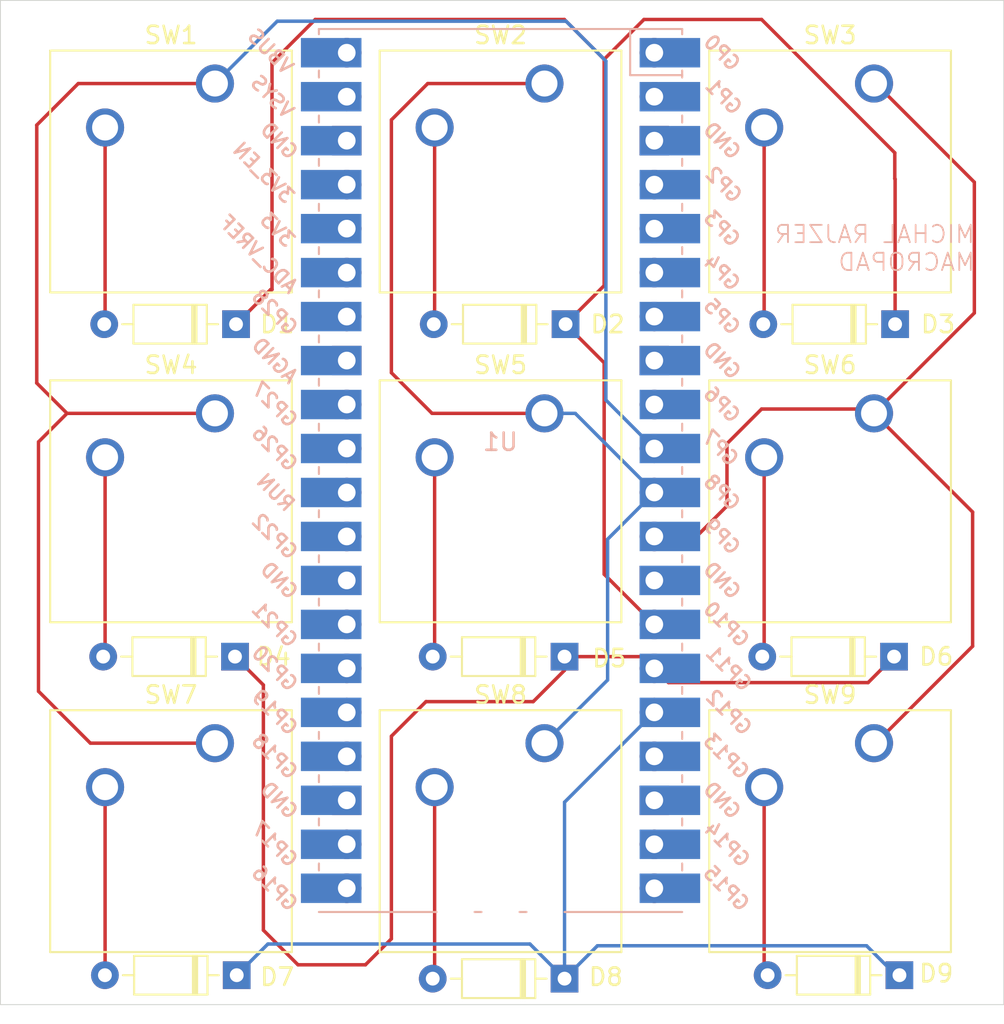
<source format=kicad_pcb>
(kicad_pcb (version 20240108) (generator "pcbnew") (generator_version "8.0")
  (layers (0 "F.Cu" signal) (31 "B.Cu" signal) (34 "B.Paste" user) (35 "F.Paste" user) (36 "B.SilkS" user "B.Silkscreen") (37 "F.SilkS" user "F.Silkscreen") (38 "B.Mask" user) (39 "F.Mask" user) (44 "Edge.Cuts" user))
  (net 0 "")
  (net 1 "Net-(D1-A)")
  (net 2 "Row0")
  (net 3 "Net-(D2-A)")
  (net 4 "Net-(D3-A)")
  (net 5 "Net-(D4-A)")
  (net 6 "Row1")
  (net 7 "Net-(D5-A)")
  (net 8 "Net-(D6-A)")
  (net 9 "Col0")
  (net 10 "Col1")
  (net 11 "Col2")
  (net 25 "Row2")
  (net 47 "Net-(D7-A)")
  (net 48 "Net-(D8-A)")
  (net 49 "Net-(D9-A)")
  (footprint "Cherry_Mx_3d:SW_Cherry_MX_1.00u_Plate" (layer "F.Cu") (at 69.05 69.05)
    (property "Reference" "SW5" (at -2.54 -2.794 0) (layer "F.SilkS"))
    (property "Value" "SW_Push_45deg")
    (fp_line (start -9.525 -1.905) (end 4.445 -1.905) (stroke (width 0.12)) (layer "F.SilkS"))
    (fp_line (start -9.525 12.065) (end -9.525 -1.905) (stroke (width 0.12)) (layer "F.SilkS"))
    (fp_line (start 4.445 -1.905) (end 4.445 12.065) (stroke (width 0.12)) (layer "F.SilkS"))
    (fp_line (start 4.445 12.065) (end -9.525 12.065) (stroke (width 0.12)) (layer "F.SilkS"))
    (pad "" np_thru_hole circle (at -2.54 5.08) (size 4 4) (drill 4) (layers "*.Cu" "*.Mask"))
    (pad "1" thru_hole circle (at 0 0) (size 2.2 2.2) (drill 1.5) (layers "*.Cu" "*.Mask") (net 10 "Col1"))
    (pad "2" thru_hole circle (at -6.35 2.54) (size 2.2 2.2) (drill 1.5) (layers "*.Cu" "*.Mask") (net 7 "Net-(D5-A)"))
  )
  (footprint "Diode_THT:D_DO-35_SOD27_P7.62mm_Horizontal" (layer "F.Cu") (at 89.32 63.9 180)
    (property "Reference" "D3" (at -2.48 0 0) (layer "F.SilkS"))
    (property "Value" "D")
    (fp_line (start 6.58 0) (end 5.93 0) (stroke (width 0.12)) (layer "F.SilkS"))
    (fp_line (start 5.93 1.12) (end 5.93 -1.12) (stroke (width 0.12)) (layer "F.SilkS"))
    (fp_line (start 5.93 -1.12) (end 1.69 -1.12) (stroke (width 0.12)) (layer "F.SilkS"))
    (fp_line (start 2.53 -1.12) (end 2.53 1.12) (stroke (width 0.12)) (layer "F.SilkS"))
    (fp_line (start 2.41 -1.12) (end 2.41 1.12) (stroke (width 0.12)) (layer "F.SilkS"))
    (fp_line (start 2.29 -1.12) (end 2.29 1.12) (stroke (width 0.12)) (layer "F.SilkS"))
    (fp_line (start 1.69 1.12) (end 5.93 1.12) (stroke (width 0.12)) (layer "F.SilkS"))
    (fp_line (start 1.69 -1.12) (end 1.69 1.12) (stroke (width 0.12)) (layer "F.SilkS"))
    (fp_line (start 1.04 0) (end 1.69 0) (stroke (width 0.12)) (layer "F.SilkS"))
    (pad "1" thru_hole rect (at 0 0 180) (size 1.6 1.6) (drill 0.8) (layers "*.Cu" "*.Mask") (net 2 "Row0"))
    (pad "2" thru_hole oval (at 7.62 0 180) (size 1.6 1.6) (drill 0.8) (layers "*.Cu" "*.Mask") (net 4 "Net-(D3-A)"))
  )
  (footprint "Cherry_Mx_3d:SW_Cherry_MX_1.00u_Plate" (layer "F.Cu") (at 69.05 50)
    (property "Reference" "SW2" (at -2.54 -2.794 0) (layer "F.SilkS"))
    (property "Value" "SW_Push_45deg")
    (fp_line (start -9.525 -1.905) (end 4.445 -1.905) (stroke (width 0.12)) (layer "F.SilkS"))
    (fp_line (start -9.525 12.065) (end -9.525 -1.905) (stroke (width 0.12)) (layer "F.SilkS"))
    (fp_line (start 4.445 -1.905) (end 4.445 12.065) (stroke (width 0.12)) (layer "F.SilkS"))
    (fp_line (start 4.445 12.065) (end -9.525 12.065) (stroke (width 0.12)) (layer "F.SilkS"))
    (pad "" np_thru_hole circle (at -2.54 5.08) (size 4 4) (drill 4) (layers "*.Cu" "*.Mask"))
    (pad "1" thru_hole circle (at 0 0) (size 2.2 2.2) (drill 1.5) (layers "*.Cu" "*.Mask") (net 10 "Col1"))
    (pad "2" thru_hole circle (at -6.35 2.54) (size 2.2 2.2) (drill 1.5) (layers "*.Cu" "*.Mask") (net 3 "Net-(D2-A)"))
  )
  (footprint "Diode_THT:D_DO-35_SOD27_P7.62mm_Horizontal" (layer "F.Cu") (at 51.16 83.1 180)
    (property "Reference" "D4" (at -2.24 0 0) (layer "F.SilkS"))
    (property "Value" "D")
    (fp_line (start 6.58 0) (end 5.93 0) (stroke (width 0.12)) (layer "F.SilkS"))
    (fp_line (start 5.93 1.12) (end 5.93 -1.12) (stroke (width 0.12)) (layer "F.SilkS"))
    (fp_line (start 5.93 -1.12) (end 1.69 -1.12) (stroke (width 0.12)) (layer "F.SilkS"))
    (fp_line (start 2.53 -1.12) (end 2.53 1.12) (stroke (width 0.12)) (layer "F.SilkS"))
    (fp_line (start 2.41 -1.12) (end 2.41 1.12) (stroke (width 0.12)) (layer "F.SilkS"))
    (fp_line (start 2.29 -1.12) (end 2.29 1.12) (stroke (width 0.12)) (layer "F.SilkS"))
    (fp_line (start 1.69 1.12) (end 5.93 1.12) (stroke (width 0.12)) (layer "F.SilkS"))
    (fp_line (start 1.69 -1.12) (end 1.69 1.12) (stroke (width 0.12)) (layer "F.SilkS"))
    (fp_line (start 1.04 0) (end 1.69 0) (stroke (width 0.12)) (layer "F.SilkS"))
    (pad "1" thru_hole rect (at 0 0 180) (size 1.6 1.6) (drill 0.8) (layers "*.Cu" "*.Mask") (net 6 "Row1"))
    (pad "2" thru_hole oval (at 7.62 0 180) (size 1.6 1.6) (drill 0.8) (layers "*.Cu" "*.Mask") (net 5 "Net-(D4-A)"))
  )
  (footprint "Cherry_Mx_3d:SW_Cherry_MX_1.00u_Plate" (layer "F.Cu") (at 88.1 69.05)
    (property "Reference" "SW6" (at -2.54 -2.794 0) (layer "F.SilkS"))
    (property "Value" "SW_Push_45deg")
    (fp_line (start -9.525 -1.905) (end 4.445 -1.905) (stroke (width 0.12)) (layer "F.SilkS"))
    (fp_line (start -9.525 12.065) (end -9.525 -1.905) (stroke (width 0.12)) (layer "F.SilkS"))
    (fp_line (start 4.445 -1.905) (end 4.445 12.065) (stroke (width 0.12)) (layer "F.SilkS"))
    (fp_line (start 4.445 12.065) (end -9.525 12.065) (stroke (width 0.12)) (layer "F.SilkS"))
    (pad "" np_thru_hole circle (at -2.54 5.08) (size 4 4) (drill 4) (layers "*.Cu" "*.Mask"))
    (pad "1" thru_hole circle (at 0 0) (size 2.2 2.2) (drill 1.5) (layers "*.Cu" "*.Mask") (net 11 "Col2"))
    (pad "2" thru_hole circle (at -6.35 2.54) (size 2.2 2.2) (drill 1.5) (layers "*.Cu" "*.Mask") (net 8 "Net-(D6-A)"))
  )
  (footprint "Cherry_Mx_3d:SW_Cherry_MX_1.00u_Plate" (layer "F.Cu") (at 69.05 88.1)
    (property "Reference" "SW8" (at -2.54 -2.794 0) (layer "F.SilkS"))
    (property "Value" "SW_Push_45deg")
    (fp_line (start -9.525 -1.905) (end 4.445 -1.905) (stroke (width 0.12)) (layer "F.SilkS"))
    (fp_line (start -9.525 12.065) (end -9.525 -1.905) (stroke (width 0.12)) (layer "F.SilkS"))
    (fp_line (start 4.445 -1.905) (end 4.445 12.065) (stroke (width 0.12)) (layer "F.SilkS"))
    (fp_line (start 4.445 12.065) (end -9.525 12.065) (stroke (width 0.12)) (layer "F.SilkS"))
    (pad "" np_thru_hole circle (at -2.54 5.08) (size 4 4) (drill 4) (layers "*.Cu" "*.Mask"))
    (pad "1" thru_hole circle (at 0 0) (size 2.2 2.2) (drill 1.5) (layers "*.Cu" "*.Mask") (net 10 "Col1"))
    (pad "2" thru_hole circle (at -6.35 2.54) (size 2.2 2.2) (drill 1.5) (layers "*.Cu" "*.Mask") (net 48 "Net-(D8-A)"))
  )
  (footprint "Cherry_Mx_3d:SW_Cherry_MX_1.00u_Plate" (layer "F.Cu") (at 88.1 88.1)
    (property "Reference" "SW9" (at -2.54 -2.794 0) (layer "F.SilkS"))
    (property "Value" "SW_Push_45deg")
    (fp_line (start -9.525 -1.905) (end 4.445 -1.905) (stroke (width 0.12)) (layer "F.SilkS"))
    (fp_line (start -9.525 12.065) (end -9.525 -1.905) (stroke (width 0.12)) (layer "F.SilkS"))
    (fp_line (start 4.445 -1.905) (end 4.445 12.065) (stroke (width 0.12)) (layer "F.SilkS"))
    (fp_line (start 4.445 12.065) (end -9.525 12.065) (stroke (width 0.12)) (layer "F.SilkS"))
    (pad "" np_thru_hole circle (at -2.54 5.08) (size 4 4) (drill 4) (layers "*.Cu" "*.Mask"))
    (pad "1" thru_hole circle (at 0 0) (size 2.2 2.2) (drill 1.5) (layers "*.Cu" "*.Mask") (net 11 "Col2"))
    (pad "2" thru_hole circle (at -6.35 2.54) (size 2.2 2.2) (drill 1.5) (layers "*.Cu" "*.Mask") (net 49 "Net-(D9-A)"))
  )
  (footprint "Cherry_Mx_3d:SW_Cherry_MX_1.00u_Plate" (layer "F.Cu") (at 50 88.1)
    (property "Reference" "SW7" (at -2.54 -2.794 0) (layer "F.SilkS"))
    (property "Value" "SW_Push_45deg")
    (fp_line (start -9.525 -1.905) (end 4.445 -1.905) (stroke (width 0.12)) (layer "F.SilkS"))
    (fp_line (start -9.525 12.065) (end -9.525 -1.905) (stroke (width 0.12)) (layer "F.SilkS"))
    (fp_line (start 4.445 -1.905) (end 4.445 12.065) (stroke (width 0.12)) (layer "F.SilkS"))
    (fp_line (start 4.445 12.065) (end -9.525 12.065) (stroke (width 0.12)) (layer "F.SilkS"))
    (pad "" np_thru_hole circle (at -2.54 5.08) (size 4 4) (drill 4) (layers "*.Cu" "*.Mask"))
    (pad "1" thru_hole circle (at 0 0) (size 2.2 2.2) (drill 1.5) (layers "*.Cu" "*.Mask") (net 9 "Col0"))
    (pad "2" thru_hole circle (at -6.35 2.54) (size 2.2 2.2) (drill 1.5) (layers "*.Cu" "*.Mask") (net 47 "Net-(D7-A)"))
  )
  (footprint "Diode_THT:D_DO-35_SOD27_P7.62mm_Horizontal" (layer "F.Cu") (at 51.26 101.5 180)
    (property "Reference" "D7" (at -2.34 -0.1 0) (layer "F.SilkS"))
    (property "Value" "D")
    (fp_line (start 6.58 0) (end 5.93 0) (stroke (width 0.12)) (layer "F.SilkS"))
    (fp_line (start 5.93 1.12) (end 5.93 -1.12) (stroke (width 0.12)) (layer "F.SilkS"))
    (fp_line (start 5.93 -1.12) (end 1.69 -1.12) (stroke (width 0.12)) (layer "F.SilkS"))
    (fp_line (start 2.53 -1.12) (end 2.53 1.12) (stroke (width 0.12)) (layer "F.SilkS"))
    (fp_line (start 2.41 -1.12) (end 2.41 1.12) (stroke (width 0.12)) (layer "F.SilkS"))
    (fp_line (start 2.29 -1.12) (end 2.29 1.12) (stroke (width 0.12)) (layer "F.SilkS"))
    (fp_line (start 1.69 1.12) (end 5.93 1.12) (stroke (width 0.12)) (layer "F.SilkS"))
    (fp_line (start 1.69 -1.12) (end 1.69 1.12) (stroke (width 0.12)) (layer "F.SilkS"))
    (fp_line (start 1.04 0) (end 1.69 0) (stroke (width 0.12)) (layer "F.SilkS"))
    (pad "1" thru_hole rect (at 0 0 180) (size 1.6 1.6) (drill 0.8) (layers "*.Cu" "*.Mask") (net 25 "Row2"))
    (pad "2" thru_hole oval (at 7.62 0 180) (size 1.6 1.6) (drill 0.8) (layers "*.Cu" "*.Mask") (net 47 "Net-(D7-A)"))
  )
  (footprint "Diode_THT:D_DO-35_SOD27_P7.62mm_Horizontal" (layer "F.Cu") (at 89.26 83.1 180)
    (property "Reference" "D6" (at -2.44 0 0) (layer "F.SilkS"))
    (property "Value" "D")
    (fp_line (start 6.58 0) (end 5.93 0) (stroke (width 0.12)) (layer "F.SilkS"))
    (fp_line (start 5.93 1.12) (end 5.93 -1.12) (stroke (width 0.12)) (layer "F.SilkS"))
    (fp_line (start 5.93 -1.12) (end 1.69 -1.12) (stroke (width 0.12)) (layer "F.SilkS"))
    (fp_line (start 2.53 -1.12) (end 2.53 1.12) (stroke (width 0.12)) (layer "F.SilkS"))
    (fp_line (start 2.41 -1.12) (end 2.41 1.12) (stroke (width 0.12)) (layer "F.SilkS"))
    (fp_line (start 2.29 -1.12) (end 2.29 1.12) (stroke (width 0.12)) (layer "F.SilkS"))
    (fp_line (start 1.69 1.12) (end 5.93 1.12) (stroke (width 0.12)) (layer "F.SilkS"))
    (fp_line (start 1.69 -1.12) (end 1.69 1.12) (stroke (width 0.12)) (layer "F.SilkS"))
    (fp_line (start 1.04 0) (end 1.69 0) (stroke (width 0.12)) (layer "F.SilkS"))
    (pad "1" thru_hole rect (at 0 0 180) (size 1.6 1.6) (drill 0.8) (layers "*.Cu" "*.Mask") (net 6 "Row1"))
    (pad "2" thru_hole oval (at 7.62 0 180) (size 1.6 1.6) (drill 0.8) (layers "*.Cu" "*.Mask") (net 8 "Net-(D6-A)"))
  )
  (footprint "Diode_THT:D_DO-35_SOD27_P7.62mm_Horizontal" (layer "F.Cu") (at 70.27 63.9 180)
    (property "Reference" "D2" (at -2.43 0 0) (layer "F.SilkS"))
    (property "Value" "D")
    (fp_line (start 6.58 0) (end 5.93 0) (stroke (width 0.12)) (layer "F.SilkS"))
    (fp_line (start 5.93 1.12) (end 5.93 -1.12) (stroke (width 0.12)) (layer "F.SilkS"))
    (fp_line (start 5.93 -1.12) (end 1.69 -1.12) (stroke (width 0.12)) (layer "F.SilkS"))
    (fp_line (start 2.53 -1.12) (end 2.53 1.12) (stroke (width 0.12)) (layer "F.SilkS"))
    (fp_line (start 2.41 -1.12) (end 2.41 1.12) (stroke (width 0.12)) (layer "F.SilkS"))
    (fp_line (start 2.29 -1.12) (end 2.29 1.12) (stroke (width 0.12)) (layer "F.SilkS"))
    (fp_line (start 1.69 1.12) (end 5.93 1.12) (stroke (width 0.12)) (layer "F.SilkS"))
    (fp_line (start 1.69 -1.12) (end 1.69 1.12) (stroke (width 0.12)) (layer "F.SilkS"))
    (fp_line (start 1.04 0) (end 1.69 0) (stroke (width 0.12)) (layer "F.SilkS"))
    (pad "1" thru_hole rect (at 0 0 180) (size 1.6 1.6) (drill 0.8) (layers "*.Cu" "*.Mask") (net 2 "Row0"))
    (pad "2" thru_hole oval (at 7.62 0 180) (size 1.6 1.6) (drill 0.8) (layers "*.Cu" "*.Mask") (net 3 "Net-(D2-A)"))
  )
  (footprint "Diode_THT:D_DO-35_SOD27_P7.62mm_Horizontal" (layer "F.Cu") (at 89.57 101.5 180)
    (property "Reference" "D9" (at -2.13 0.1 0) (layer "F.SilkS"))
    (property "Value" "D")
    (fp_line (start 6.58 0) (end 5.93 0) (stroke (width 0.12)) (layer "F.SilkS"))
    (fp_line (start 5.93 1.12) (end 5.93 -1.12) (stroke (width 0.12)) (layer "F.SilkS"))
    (fp_line (start 5.93 -1.12) (end 1.69 -1.12) (stroke (width 0.12)) (layer "F.SilkS"))
    (fp_line (start 2.53 -1.12) (end 2.53 1.12) (stroke (width 0.12)) (layer "F.SilkS"))
    (fp_line (start 2.41 -1.12) (end 2.41 1.12) (stroke (width 0.12)) (layer "F.SilkS"))
    (fp_line (start 2.29 -1.12) (end 2.29 1.12) (stroke (width 0.12)) (layer "F.SilkS"))
    (fp_line (start 1.69 1.12) (end 5.93 1.12) (stroke (width 0.12)) (layer "F.SilkS"))
    (fp_line (start 1.69 -1.12) (end 1.69 1.12) (stroke (width 0.12)) (layer "F.SilkS"))
    (fp_line (start 1.04 0) (end 1.69 0) (stroke (width 0.12)) (layer "F.SilkS"))
    (pad "1" thru_hole rect (at 0 0 180) (size 1.6 1.6) (drill 0.8) (layers "*.Cu" "*.Mask") (net 25 "Row2"))
    (pad "2" thru_hole oval (at 7.62 0 180) (size 1.6 1.6) (drill 0.8) (layers "*.Cu" "*.Mask") (net 49 "Net-(D9-A)"))
  )
  (footprint "Cherry_Mx_3d:SW_Cherry_MX_1.00u_Plate" (layer "F.Cu") (at 50 50)
    (property "Reference" "SW1" (at -2.54 -2.794 0) (layer "F.SilkS"))
    (property "Value" "SW_Push_45deg")
    (fp_line (start -9.525 -1.905) (end 4.445 -1.905) (stroke (width 0.12)) (layer "F.SilkS"))
    (fp_line (start -9.525 12.065) (end -9.525 -1.905) (stroke (width 0.12)) (layer "F.SilkS"))
    (fp_line (start 4.445 -1.905) (end 4.445 12.065) (stroke (width 0.12)) (layer "F.SilkS"))
    (fp_line (start 4.445 12.065) (end -9.525 12.065) (stroke (width 0.12)) (layer "F.SilkS"))
    (pad "" np_thru_hole circle (at -2.54 5.08) (size 4 4) (drill 4) (layers "*.Cu" "*.Mask"))
    (pad "1" thru_hole circle (at 0 0) (size 2.2 2.2) (drill 1.5) (layers "*.Cu" "*.Mask") (net 9 "Col0"))
    (pad "2" thru_hole circle (at -6.35 2.54) (size 2.2 2.2) (drill 1.5) (layers "*.Cu" "*.Mask") (net 1 "Net-(D1-A)"))
  )
  (footprint "Cherry_Mx_3d:SW_Cherry_MX_1.00u_Plate" (layer "F.Cu") (at 50 69.05)
    (property "Reference" "SW4" (at -2.54 -2.794 0) (layer "F.SilkS"))
    (property "Value" "SW_Push_45deg")
    (fp_line (start -9.525 -1.905) (end 4.445 -1.905) (stroke (width 0.12)) (layer "F.SilkS"))
    (fp_line (start -9.525 12.065) (end -9.525 -1.905) (stroke (width 0.12)) (layer "F.SilkS"))
    (fp_line (start 4.445 -1.905) (end 4.445 12.065) (stroke (width 0.12)) (layer "F.SilkS"))
    (fp_line (start 4.445 12.065) (end -9.525 12.065) (stroke (width 0.12)) (layer "F.SilkS"))
    (pad "" np_thru_hole circle (at -2.54 5.08) (size 4 4) (drill 4) (layers "*.Cu" "*.Mask"))
    (pad "1" thru_hole circle (at 0 0) (size 2.2 2.2) (drill 1.5) (layers "*.Cu" "*.Mask") (net 9 "Col0"))
    (pad "2" thru_hole circle (at -6.35 2.54) (size 2.2 2.2) (drill 1.5) (layers "*.Cu" "*.Mask") (net 5 "Net-(D4-A)"))
  )
  (footprint "Diode_THT:D_DO-35_SOD27_P7.62mm_Horizontal" (layer "F.Cu") (at 70.21 83.1 180)
    (property "Reference" "D5" (at -2.59 -0.1 0) (layer "F.SilkS"))
    (property "Value" "D")
    (fp_line (start 6.58 0) (end 5.93 0) (stroke (width 0.12)) (layer "F.SilkS"))
    (fp_line (start 5.93 1.12) (end 5.93 -1.12) (stroke (width 0.12)) (layer "F.SilkS"))
    (fp_line (start 5.93 -1.12) (end 1.69 -1.12) (stroke (width 0.12)) (layer "F.SilkS"))
    (fp_line (start 2.53 -1.12) (end 2.53 1.12) (stroke (width 0.12)) (layer "F.SilkS"))
    (fp_line (start 2.41 -1.12) (end 2.41 1.12) (stroke (width 0.12)) (layer "F.SilkS"))
    (fp_line (start 2.29 -1.12) (end 2.29 1.12) (stroke (width 0.12)) (layer "F.SilkS"))
    (fp_line (start 1.69 1.12) (end 5.93 1.12) (stroke (width 0.12)) (layer "F.SilkS"))
    (fp_line (start 1.69 -1.12) (end 1.69 1.12) (stroke (width 0.12)) (layer "F.SilkS"))
    (fp_line (start 1.04 0) (end 1.69 0) (stroke (width 0.12)) (layer "F.SilkS"))
    (pad "1" thru_hole rect (at 0 0 180) (size 1.6 1.6) (drill 0.8) (layers "*.Cu" "*.Mask") (net 6 "Row1"))
    (pad "2" thru_hole oval (at 7.62 0 180) (size 1.6 1.6) (drill 0.8) (layers "*.Cu" "*.Mask") (net 7 "Net-(D5-A)"))
  )
  (footprint "Diode_THT:D_DO-35_SOD27_P7.62mm_Horizontal" (layer "F.Cu") (at 70.21 101.7 180)
    (property "Reference" "D8" (at -2.39 0.1 0) (layer "F.SilkS"))
    (property "Value" "D")
    (fp_line (start 6.58 0) (end 5.93 0) (stroke (width 0.12)) (layer "F.SilkS"))
    (fp_line (start 5.93 1.12) (end 5.93 -1.12) (stroke (width 0.12)) (layer "F.SilkS"))
    (fp_line (start 5.93 -1.12) (end 1.69 -1.12) (stroke (width 0.12)) (layer "F.SilkS"))
    (fp_line (start 2.53 -1.12) (end 2.53 1.12) (stroke (width 0.12)) (layer "F.SilkS"))
    (fp_line (start 2.41 -1.12) (end 2.41 1.12) (stroke (width 0.12)) (layer "F.SilkS"))
    (fp_line (start 2.29 -1.12) (end 2.29 1.12) (stroke (width 0.12)) (layer "F.SilkS"))
    (fp_line (start 1.69 1.12) (end 5.93 1.12) (stroke (width 0.12)) (layer "F.SilkS"))
    (fp_line (start 1.69 -1.12) (end 1.69 1.12) (stroke (width 0.12)) (layer "F.SilkS"))
    (fp_line (start 1.04 0) (end 1.69 0) (stroke (width 0.12)) (layer "F.SilkS"))
    (pad "1" thru_hole rect (at 0 0 180) (size 1.6 1.6) (drill 0.8) (layers "*.Cu" "*.Mask") (net 25 "Row2"))
    (pad "2" thru_hole oval (at 7.62 0 180) (size 1.6 1.6) (drill 0.8) (layers "*.Cu" "*.Mask") (net 48 "Net-(D8-A)"))
  )
  (footprint "Cherry_Mx_3d:SW_Cherry_MX_1.00u_Plate" (layer "F.Cu") (at 88.1 50)
    (property "Reference" "SW3" (at -2.54 -2.794 0) (layer "F.SilkS"))
    (property "Value" "SW_Push_45deg")
    (fp_line (start -9.525 -1.905) (end 4.445 -1.905) (stroke (width 0.12)) (layer "F.SilkS"))
    (fp_line (start -9.525 12.065) (end -9.525 -1.905) (stroke (width 0.12)) (layer "F.SilkS"))
    (fp_line (start 4.445 -1.905) (end 4.445 12.065) (stroke (width 0.12)) (layer "F.SilkS"))
    (fp_line (start 4.445 12.065) (end -9.525 12.065) (stroke (width 0.12)) (layer "F.SilkS"))
    (pad "" np_thru_hole circle (at -2.54 5.08) (size 4 4) (drill 4) (layers "*.Cu" "*.Mask"))
    (pad "1" thru_hole circle (at 0 0) (size 2.2 2.2) (drill 1.5) (layers "*.Cu" "*.Mask") (net 11 "Col2"))
    (pad "2" thru_hole circle (at -6.35 2.54) (size 2.2 2.2) (drill 1.5) (layers "*.Cu" "*.Mask") (net 4 "Net-(D3-A)"))
  )
  (footprint "Diode_THT:D_DO-35_SOD27_P7.62mm_Horizontal" (layer "F.Cu") (at 51.22 63.9 180)
    (property "Reference" "D1" (at -2.38 0 0) (layer "F.SilkS"))
    (property "Value" "D")
    (fp_line (start 6.58 0) (end 5.93 0) (stroke (width 0.12)) (layer "F.SilkS"))
    (fp_line (start 5.93 1.12) (end 5.93 -1.12) (stroke (width 0.12)) (layer "F.SilkS"))
    (fp_line (start 5.93 -1.12) (end 1.69 -1.12) (stroke (width 0.12)) (layer "F.SilkS"))
    (fp_line (start 2.53 -1.12) (end 2.53 1.12) (stroke (width 0.12)) (layer "F.SilkS"))
    (fp_line (start 2.41 -1.12) (end 2.41 1.12) (stroke (width 0.12)) (layer "F.SilkS"))
    (fp_line (start 2.29 -1.12) (end 2.29 1.12) (stroke (width 0.12)) (layer "F.SilkS"))
    (fp_line (start 1.69 1.12) (end 5.93 1.12) (stroke (width 0.12)) (layer "F.SilkS"))
    (fp_line (start 1.69 -1.12) (end 1.69 1.12) (stroke (width 0.12)) (layer "F.SilkS"))
    (fp_line (start 1.04 0) (end 1.69 0) (stroke (width 0.12)) (layer "F.SilkS"))
    (pad "1" thru_hole rect (at 0 0 180) (size 1.6 1.6) (drill 0.8) (layers "*.Cu" "*.Mask") (net 2 "Row0"))
    (pad "2" thru_hole oval (at 7.62 0 180) (size 1.6 1.6) (drill 0.8) (layers "*.Cu" "*.Mask") (net 1 "Net-(D1-A)"))
  )
  (footprint "MCU_RaspberryPi_and_Boards:RPi_Pico_SMD_TH_nodebug" (layer "B.Cu") (at 66.51 72.35 180)
    (property "Reference" "U1" (at 0.01 1.65 0) (layer "B.SilkS") (effects (justify mirror)))
    (property "Value" "Pico")
    (fp_line (start 10.5 25.5) (end -10.5 25.5) (stroke (width 0.12)) (layer "B.SilkS"))
    (fp_line (start 10.5 25.2) (end 10.5 25.5) (stroke (width 0.12)) (layer "B.SilkS"))
    (fp_line (start 10.5 22.7) (end 10.5 23.1) (stroke (width 0.12)) (layer "B.SilkS"))
    (fp_line (start 10.5 20.1) (end 10.5 20.5) (stroke (width 0.12)) (layer "B.SilkS"))
    (fp_line (start 10.5 17.6) (end 10.5 18) (stroke (width 0.12)) (layer "B.SilkS"))
    (fp_line (start 10.5 15) (end 10.5 15.4) (stroke (width 0.12)) (layer "B.SilkS"))
    (fp_line (start 10.5 12.5) (end 10.5 12.9) (stroke (width 0.12)) (layer "B.SilkS"))
    (fp_line (start 10.5 10) (end 10.5 10.4) (stroke (width 0.12)) (layer "B.SilkS"))
    (fp_line (start 10.5 7.4) (end 10.5 7.8) (stroke (width 0.12)) (layer "B.SilkS"))
    (fp_line (start 10.5 4.9) (end 10.5 5.3) (stroke (width 0.12)) (layer "B.SilkS"))
    (fp_line (start 10.5 2.3) (end 10.5 2.7) (stroke (width 0.12)) (layer "B.SilkS"))
    (fp_line (start 10.5 -0.2) (end 10.5 0.2) (stroke (width 0.12)) (layer "B.SilkS"))
    (fp_line (start 10.5 -2.7) (end 10.5 -2.3) (stroke (width 0.12)) (layer "B.SilkS"))
    (fp_line (start 10.5 -5.3) (end 10.5 -4.9) (stroke (width 0.12)) (layer "B.SilkS"))
    (fp_line (start 10.5 -7.8) (end 10.5 -7.4) (stroke (width 0.12)) (layer "B.SilkS"))
    (fp_line (start 10.5 -10.4) (end 10.5 -10) (stroke (width 0.12)) (layer "B.SilkS"))
    (fp_line (start 10.5 -12.9) (end 10.5 -12.5) (stroke (width 0.12)) (layer "B.SilkS"))
    (fp_line (start 10.5 -15.5) (end 10.5 -15.1) (stroke (width 0.12)) (layer "B.SilkS"))
    (fp_line (start 10.5 -18) (end 10.5 -17.6) (stroke (width 0.12)) (layer "B.SilkS"))
    (fp_line (start 10.5 -20.5) (end 10.5 -20.1) (stroke (width 0.12)) (layer "B.SilkS"))
    (fp_line (start 10.5 -23.1) (end 10.5 -22.7) (stroke (width 0.12)) (layer "B.SilkS"))
    (fp_line (start 3.7 -25.5) (end 10.5 -25.5) (stroke (width 0.12)) (layer "B.SilkS"))
    (fp_line (start 1.5 -25.5) (end 1.1 -25.5) (stroke (width 0.12)) (layer "B.SilkS"))
    (fp_line (start -1.1 -25.5) (end -1.5 -25.5) (stroke (width 0.12)) (layer "B.SilkS"))
    (fp_line (start -7.493 25.5) (end -7.493 22.833) (stroke (width 0.12)) (layer "B.SilkS"))
    (fp_line (start -7.493 22.833) (end -10.5 22.833) (stroke (width 0.12)) (layer "B.SilkS"))
    (fp_line (start -10.5 25.2) (end -10.5 25.5) (stroke (width 0.12)) (layer "B.SilkS"))
    (fp_line (start -10.5 22.7) (end -10.5 23.1) (stroke (width 0.12)) (layer "B.SilkS"))
    (fp_line (start -10.5 20.1) (end -10.5 20.5) (stroke (width 0.12)) (layer "B.SilkS"))
    (fp_line (start -10.5 17.6) (end -10.5 18) (stroke (width 0.12)) (layer "B.SilkS"))
    (fp_line (start -10.5 15) (end -10.5 15.4) (stroke (width 0.12)) (layer "B.SilkS"))
    (fp_line (start -10.5 12.5) (end -10.5 12.9) (stroke (width 0.12)) (layer "B.SilkS"))
    (fp_line (start -10.5 10) (end -10.5 10.4) (stroke (width 0.12)) (layer "B.SilkS"))
    (fp_line (start -10.5 7.4) (end -10.5 7.8) (stroke (width 0.12)) (layer "B.SilkS"))
    (fp_line (start -10.5 4.9) (end -10.5 5.3) (stroke (width 0.12)) (layer "B.SilkS"))
    (fp_line (start -10.5 2.3) (end -10.5 2.7) (stroke (width 0.12)) (layer "B.SilkS"))
    (fp_line (start -10.5 -0.2) (end -10.5 0.2) (stroke (width 0.12)) (layer "B.SilkS"))
    (fp_line (start -10.5 -2.7) (end -10.5 -2.3) (stroke (width 0.12)) (layer "B.SilkS"))
    (fp_line (start -10.5 -5.3) (end -10.5 -4.9) (stroke (width 0.12)) (layer "B.SilkS"))
    (fp_line (start -10.5 -7.8) (end -10.5 -7.4) (stroke (width 0.12)) (layer "B.SilkS"))
    (fp_line (start -10.5 -10.4) (end -10.5 -10) (stroke (width 0.12)) (layer "B.SilkS"))
    (fp_line (start -10.5 -12.9) (end -10.5 -12.5) (stroke (width 0.12)) (layer "B.SilkS"))
    (fp_line (start -10.5 -15.5) (end -10.5 -15.1) (stroke (width 0.12)) (layer "B.SilkS"))
    (fp_line (start -10.5 -18) (end -10.5 -17.6) (stroke (width 0.12)) (layer "B.SilkS"))
    (fp_line (start -10.5 -20.5) (end -10.5 -20.1) (stroke (width 0.12)) (layer "B.SilkS"))
    (fp_line (start -10.5 -23.1) (end -10.5 -22.7) (stroke (width 0.12)) (layer "B.SilkS"))
    (fp_line (start -10.5 -25.5) (end -3.7 -25.5) (stroke (width 0.12)) (layer "B.SilkS"))
    (fp_text user "GND" (at 12.8 19.05 135) (layer "B.SilkS") (effects (font (size 0.8 0.8)) (justify mirror)))
    (fp_text user "3V3_EN" (at 13.7 17.2 135) (layer "B.SilkS") (effects (font (size 0.8 0.8)) (justify mirror)))
    (fp_text user "GP12" (at -13.2 -13.97 135) (layer "B.SilkS") (effects (font (size 0.8 0.8)) (justify mirror)))
    (fp_text user "GP2" (at -12.9 16.51 135) (layer "B.SilkS") (effects (font (size 0.8 0.8)) (justify mirror)))
    (fp_text user "GP22" (at 13.054 -3.81 135) (layer "B.SilkS") (effects (font (size 0.8 0.8)) (justify mirror)))
    (fp_text user "GP10" (at -13.054 -8.89 135) (layer "B.SilkS") (effects (font (size 0.8 0.8)) (justify mirror)))
    (fp_text user "GP21" (at 13.054 -8.9 135) (layer "B.SilkS") (effects (font (size 0.8 0.8)) (justify mirror)))
    (fp_text user "GND" (at -12.8 6.35 135) (layer "B.SilkS") (effects (font (size 0.8 0.8)) (justify mirror)))
    (fp_text user "GP0" (at -12.8 24.13 135) (layer "B.SilkS") (effects (font (size 0.8 0.8)) (justify mirror)))
    (fp_text user "GND" (at 12.8 -6.35 135) (layer "B.SilkS") (effects (font (size 0.8 0.8)) (justify mirror)))
    (fp_text user "GP28" (at 13.054 9.144 135) (layer "B.SilkS") (effects (font (size 0.8 0.8)) (justify mirror)))
    (fp_text user "GP6" (at -12.8 3.81 135) (layer "B.SilkS") (effects (font (size 0.8 0.8)) (justify mirror)))
    (fp_text user "VSYS" (at 13.2 21.59 135) (layer "B.SilkS") (effects (font (size 0.8 0.8)) (justify mirror)))
    (fp_text user "GP4" (at -12.8 11.43 135) (layer "B.SilkS") (effects (font (size 0.8 0.8)) (justify mirror)))
    (fp_text user "GP27" (at 13.054 3.8 135) (layer "B.SilkS") (effects (font (size 0.8 0.8)) (justify mirror)))
    (fp_text user "GP15" (at -13.054 -24.13 135) (layer "B.SilkS") (effects (font (size 0.8 0.8)) (justify mirror)))
    (fp_text user "GND" (at -12.8 -6.35 135) (layer "B.SilkS") (effects (font (size 0.8 0.8)) (justify mirror)))
    (fp_text user "GP3" (at -12.8 13.97 135) (layer "B.SilkS") (effects (font (size 0.8 0.8)) (justify mirror)))
    (fp_text user "GP9" (at -12.8 -3.81 135) (layer "B.SilkS") (effects (font (size 0.8 0.8)) (justify mirror)))
    (fp_text user "ADC_VREF" (at 14 12.5 135) (layer "B.SilkS") (effects (font (size 0.8 0.8)) (justify mirror)))
    (fp_text user "AGND" (at 13.054 6.35 135) (layer "B.SilkS") (effects (font (size 0.8 0.8)) (justify mirror)))
    (fp_text user "3V3" (at 12.9 13.9 135) (layer "B.SilkS") (effects (font (size 0.8 0.8)) (justify mirror)))
    (fp_text user "GP5" (at -12.8 8.89 135) (layer "B.SilkS") (effects (font (size 0.8 0.8)) (justify mirror)))
    (fp_text user "GND" (at -12.8 19.05 135) (layer "B.SilkS") (effects (font (size 0.8 0.8)) (justify mirror)))
    (fp_text user "GP1" (at -12.9 21.6 135) (layer "B.SilkS") (effects (font (size 0.8 0.8)) (justify mirror)))
    (fp_text user "GP26" (at 13.054 1.27 135) (layer "B.SilkS") (effects (font (size 0.8 0.8)) (justify mirror)))
    (fp_text user "GP11" (at -13.2 -11.43 135) (layer "B.SilkS") (effects (font (size 0.8 0.8)) (justify mirror)))
    (fp_text user "GP7" (at -12.7 1.3 135) (layer "B.SilkS") (effects (font (size 0.8 0.8)) (justify mirror)))
    (fp_text user "GND" (at 12.8 -19.05 135) (layer "B.SilkS") (effects (font (size 0.8 0.8)) (justify mirror)))
    (fp_text user "VBUS" (at 13.3 24.2 135) (layer "B.SilkS") (effects (font (size 0.8 0.8)) (justify mirror)))
    (fp_text user "GP14" (at -13.1 -21.59 135) (layer "B.SilkS") (effects (font (size 0.8 0.8)) (justify mirror)))
    (fp_text user "GP19" (at 13.054 -13.97 135) (layer "B.SilkS") (effects (font (size 0.8 0.8)) (justify mirror)))
    (fp_text user "GND" (at -12.8 -19.05 135) (layer "B.SilkS") (effects (font (size 0.8 0.8)) (justify mirror)))
    (fp_text user "GP20" (at 13.054 -11.43 135) (layer "B.SilkS") (effects (font (size 0.8 0.8)) (justify mirror)))
    (fp_text user "RUN" (at 13 -1.27 135) (layer "B.SilkS") (effects (font (size 0.8 0.8)) (justify mirror)))
    (fp_text user "GP13" (at -13.054 -16.51 135) (layer "B.SilkS") (effects (font (size 0.8 0.8)) (justify mirror)))
    (fp_text user "GP8" (at -12.8 -1.27 135) (layer "B.SilkS") (effects (font (size 0.8 0.8)) (justify mirror)))
    (fp_text user "GP16" (at 13.054 -24.13 135) (layer "B.SilkS") (effects (font (size 0.8 0.8)) (justify mirror)))
    (fp_text user "GP17" (at 13.054 -21.59 135) (layer "B.SilkS") (effects (font (size 0.8 0.8)) (justify mirror)))
    (fp_text user "GP18" (at 13.054 -16.51 135) (layer "B.SilkS") (effects (font (size 0.8 0.8)) (justify mirror)))
    (pad "1" thru_hole oval (at -8.89 24.13 180) (size 1.7 1.7) (drill 1.02) (layers "*.Cu" "*.Mask"))
    (pad "1" smd rect (at -8.89 24.13 180) (size 3.5 1.7) (drill (offset -0.9 0)) (layers "B.Cu" "B.Mask"))
    (pad "2" thru_hole oval (at -8.89 21.59 180) (size 1.7 1.7) (drill 1.02) (layers "*.Cu" "*.Mask"))
    (pad "2" smd rect (at -8.89 21.59 180) (size 3.5 1.7) (drill (offset -0.9 0)) (layers "B.Cu" "B.Mask"))
    (pad "3" thru_hole rect (at -8.89 19.05 180) (size 1.7 1.7) (drill 1.02) (layers "*.Cu" "*.Mask"))
    (pad "3" smd rect (at -8.89 19.05 180) (size 3.5 1.7) (drill (offset -0.9 0)) (layers "B.Cu" "B.Mask"))
    (pad "4" thru_hole oval (at -8.89 16.51 180) (size 1.7 1.7) (drill 1.02) (layers "*.Cu" "*.Mask"))
    (pad "4" smd rect (at -8.89 16.51 180) (size 3.5 1.7) (drill (offset -0.9 0)) (layers "B.Cu" "B.Mask"))
    (pad "5" thru_hole oval (at -8.89 13.97 180) (size 1.7 1.7) (drill 1.02) (layers "*.Cu" "*.Mask"))
    (pad "5" smd rect (at -8.89 13.97 180) (size 3.5 1.7) (drill (offset -0.9 0)) (layers "B.Cu" "B.Mask"))
    (pad "6" thru_hole oval (at -8.89 11.43 180) (size 1.7 1.7) (drill 1.02) (layers "*.Cu" "*.Mask"))
    (pad "6" smd rect (at -8.89 11.43 180) (size 3.5 1.7) (drill (offset -0.9 0)) (layers "B.Cu" "B.Mask"))
    (pad "7" thru_hole oval (at -8.89 8.89 180) (size 1.7 1.7) (drill 1.02) (layers "*.Cu" "*.Mask"))
    (pad "7" smd rect (at -8.89 8.89 180) (size 3.5 1.7) (drill (offset -0.9 0)) (layers "B.Cu" "B.Mask"))
    (pad "8" thru_hole rect (at -8.89 6.35 180) (size 1.7 1.7) (drill 1.02) (layers "*.Cu" "*.Mask"))
    (pad "8" smd rect (at -8.89 6.35 180) (size 3.5 1.7) (drill (offset -0.9 0)) (layers "B.Cu" "B.Mask"))
    (pad "9" thru_hole oval (at -8.89 3.81 180) (size 1.7 1.7) (drill 1.02) (layers "*.Cu" "*.Mask"))
    (pad "9" smd rect (at -8.89 3.81 180) (size 3.5 1.7) (drill (offset -0.9 0)) (layers "B.Cu" "B.Mask"))
    (pad "10" thru_hole oval (at -8.89 1.27 180) (size 1.7 1.7) (drill 1.02) (layers "*.Cu" "*.Mask") (net 9 "Col0"))
    (pad "10" smd rect (at -8.89 1.27 180) (size 3.5 1.7) (drill (offset -0.9 0)) (layers "B.Cu" "B.Mask") (net 9 "Col0"))
    (pad "11" thru_hole oval (at -8.89 -1.27 180) (size 1.7 1.7) (drill 1.02) (layers "*.Cu" "*.Mask") (net 10 "Col1"))
    (pad "11" smd rect (at -8.89 -1.27 180) (size 3.5 1.7) (drill (offset -0.9 0)) (layers "B.Cu" "B.Mask") (net 10 "Col1"))
    (pad "12" thru_hole oval (at -8.89 -3.81 180) (size 1.7 1.7) (drill 1.02) (layers "*.Cu" "*.Mask") (net 11 "Col2"))
    (pad "12" smd rect (at -8.89 -3.81 180) (size 3.5 1.7) (drill (offset -0.9 0)) (layers "B.Cu" "B.Mask") (net 11 "Col2"))
    (pad "13" thru_hole rect (at -8.89 -6.35 180) (size 1.7 1.7) (drill 1.02) (layers "*.Cu" "*.Mask"))
    (pad "13" smd rect (at -8.89 -6.35 180) (size 3.5 1.7) (drill (offset -0.9 0)) (layers "B.Cu" "B.Mask"))
    (pad "14" thru_hole oval (at -8.89 -8.89 180) (size 1.7 1.7) (drill 1.02) (layers "*.Cu" "*.Mask") (net 2 "Row0"))
    (pad "14" smd rect (at -8.89 -8.89 180) (size 3.5 1.7) (drill (offset -0.9 0)) (layers "B.Cu" "B.Mask") (net 2 "Row0"))
    (pad "15" thru_hole oval (at -8.89 -11.43 180) (size 1.7 1.7) (drill 1.02) (layers "*.Cu" "*.Mask") (net 6 "Row1"))
    (pad "15" smd rect (at -8.89 -11.43 180) (size 3.5 1.7) (drill (offset -0.9 0)) (layers "B.Cu" "B.Mask") (net 6 "Row1"))
    (pad "16" thru_hole oval (at -8.89 -13.97 180) (size 1.7 1.7) (drill 1.02) (layers "*.Cu" "*.Mask") (net 25 "Row2"))
    (pad "16" smd rect (at -8.89 -13.97 180) (size 3.5 1.7) (drill (offset -0.9 0)) (layers "B.Cu" "B.Mask") (net 25 "Row2"))
    (pad "17" thru_hole oval (at -8.89 -16.51 180) (size 1.7 1.7) (drill 1.02) (layers "*.Cu" "*.Mask"))
    (pad "17" smd rect (at -8.89 -16.51 180) (size 3.5 1.7) (drill (offset -0.9 0)) (layers "B.Cu" "B.Mask"))
    (pad "18" thru_hole rect (at -8.89 -19.05 180) (size 1.7 1.7) (drill 1.02) (layers "*.Cu" "*.Mask"))
    (pad "18" smd rect (at -8.89 -19.05 180) (size 3.5 1.7) (drill (offset -0.9 0)) (layers "B.Cu" "B.Mask"))
    (pad "19" thru_hole oval (at -8.89 -21.59 180) (size 1.7 1.7) (drill 1.02) (layers "*.Cu" "*.Mask"))
    (pad "19" smd rect (at -8.89 -21.59 180) (size 3.5 1.7) (drill (offset -0.9 0)) (layers "B.Cu" "B.Mask"))
    (pad "20" thru_hole oval (at -8.89 -24.13 180) (size 1.7 1.7) (drill 1.02) (layers "*.Cu" "*.Mask"))
    (pad "20" smd rect (at -8.89 -24.13 180) (size 3.5 1.7) (drill (offset -0.9 0)) (layers "B.Cu" "B.Mask"))
    (pad "21" thru_hole oval (at 8.89 -24.13 180) (size 1.7 1.7) (drill 1.02) (layers "*.Cu" "*.Mask"))
    (pad "21" smd rect (at 8.89 -24.13 180) (size 3.5 1.7) (drill (offset 0.9 0)) (layers "B.Cu" "B.Mask"))
    (pad "22" thru_hole oval (at 8.89 -21.59 180) (size 1.7 1.7) (drill 1.02) (layers "*.Cu" "*.Mask"))
    (pad "22" smd rect (at 8.89 -21.59 180) (size 3.5 1.7) (drill (offset 0.9 0)) (layers "B.Cu" "B.Mask"))
    (pad "23" thru_hole rect (at 8.89 -19.05 180) (size 1.7 1.7) (drill 1.02) (layers "*.Cu" "*.Mask"))
    (pad "23" smd rect (at 8.89 -19.05 180) (size 3.5 1.7) (drill (offset 0.9 0)) (layers "B.Cu" "B.Mask"))
    (pad "24" thru_hole oval (at 8.89 -16.51 180) (size 1.7 1.7) (drill 1.02) (layers "*.Cu" "*.Mask"))
    (pad "24" smd rect (at 8.89 -16.51 180) (size 3.5 1.7) (drill (offset 0.9 0)) (layers "B.Cu" "B.Mask"))
    (pad "25" thru_hole oval (at 8.89 -13.97 180) (size 1.7 1.7) (drill 1.02) (layers "*.Cu" "*.Mask"))
    (pad "25" smd rect (at 8.89 -13.97 180) (size 3.5 1.7) (drill (offset 0.9 0)) (layers "B.Cu" "B.Mask"))
    (pad "26" thru_hole oval (at 8.89 -11.43 180) (size 1.7 1.7) (drill 1.02) (layers "*.Cu" "*.Mask"))
    (pad "26" smd rect (at 8.89 -11.43 180) (size 3.5 1.7) (drill (offset 0.9 0)) (layers "B.Cu" "B.Mask"))
    (pad "27" thru_hole oval (at 8.89 -8.89 180) (size 1.7 1.7) (drill 1.02) (layers "*.Cu" "*.Mask"))
    (pad "27" smd rect (at 8.89 -8.89 180) (size 3.5 1.7) (drill (offset 0.9 0)) (layers "B.Cu" "B.Mask"))
    (pad "28" thru_hole rect (at 8.89 -6.35 180) (size 1.7 1.7) (drill 1.02) (layers "*.Cu" "*.Mask"))
    (pad "28" smd rect (at 8.89 -6.35 180) (size 3.5 1.7) (drill (offset 0.9 0)) (layers "B.Cu" "B.Mask"))
    (pad "29" thru_hole oval (at 8.89 -3.81 180) (size 1.7 1.7) (drill 1.02) (layers "*.Cu" "*.Mask"))
    (pad "29" smd rect (at 8.89 -3.81 180) (size 3.5 1.7) (drill (offset 0.9 0)) (layers "B.Cu" "B.Mask"))
    (pad "30" thru_hole oval (at 8.89 -1.27 180) (size 1.7 1.7) (drill 1.02) (layers "*.Cu" "*.Mask"))
    (pad "30" smd rect (at 8.89 -1.27 180) (size 3.5 1.7) (drill (offset 0.9 0)) (layers "B.Cu" "B.Mask"))
    (pad "31" thru_hole oval (at 8.89 1.27 180) (size 1.7 1.7) (drill 1.02) (layers "*.Cu" "*.Mask"))
    (pad "31" smd rect (at 8.89 1.27 180) (size 3.5 1.7) (drill (offset 0.9 0)) (layers "B.Cu" "B.Mask"))
    (pad "32" thru_hole oval (at 8.89 3.81 180) (size 1.7 1.7) (drill 1.02) (layers "*.Cu" "*.Mask"))
    (pad "32" smd rect (at 8.89 3.81 180) (size 3.5 1.7) (drill (offset 0.9 0)) (layers "B.Cu" "B.Mask"))
    (pad "33" thru_hole rect (at 8.89 6.35 180) (size 1.7 1.7) (drill 1.02) (layers "*.Cu" "*.Mask"))
    (pad "33" smd rect (at 8.89 6.35 180) (size 3.5 1.7) (drill (offset 0.9 0)) (layers "B.Cu" "B.Mask"))
    (pad "34" thru_hole oval (at 8.89 8.89 180) (size 1.7 1.7) (drill 1.02) (layers "*.Cu" "*.Mask"))
    (pad "34" smd rect (at 8.89 8.89 180) (size 3.5 1.7) (drill (offset 0.9 0)) (layers "B.Cu" "B.Mask"))
    (pad "35" thru_hole oval (at 8.89 11.43 180) (size 1.7 1.7) (drill 1.02) (layers "*.Cu" "*.Mask"))
    (pad "35" smd rect (at 8.89 11.43 180) (size 3.5 1.7) (drill (offset 0.9 0)) (layers "B.Cu" "B.Mask"))
    (pad "36" thru_hole oval (at 8.89 13.97 180) (size 1.7 1.7) (drill 1.02) (layers "*.Cu" "*.Mask"))
    (pad "36" smd rect (at 8.89 13.97 180) (size 3.5 1.7) (drill (offset 0.9 0)) (layers "B.Cu" "B.Mask"))
    (pad "37" thru_hole oval (at 8.89 16.51 180) (size 1.7 1.7) (drill 1.02) (layers "*.Cu" "*.Mask"))
    (pad "37" smd rect (at 8.89 16.51 180) (size 3.5 1.7) (drill (offset 0.9 0)) (layers "B.Cu" "B.Mask"))
    (pad "38" thru_hole rect (at 8.89 19.05 180) (size 1.7 1.7) (drill 1.02) (layers "*.Cu" "*.Mask"))
    (pad "38" smd rect (at 8.89 19.05 180) (size 3.5 1.7) (drill (offset 0.9 0)) (layers "B.Cu" "B.Mask"))
    (pad "39" thru_hole oval (at 8.89 21.59 180) (size 1.7 1.7) (drill 1.02) (layers "*.Cu" "*.Mask"))
    (pad "39" smd rect (at 8.89 21.59 180) (size 3.5 1.7) (drill (offset 0.9 0)) (layers "B.Cu" "B.Mask"))
    (pad "40" thru_hole oval (at 8.89 24.13 180) (size 1.7 1.7) (drill 1.02) (layers "*.Cu" "*.Mask"))
    (pad "40" smd rect (at 8.89 24.13 180) (size 3.5 1.7) (drill (offset 0.9 0)) (layers "B.Cu" "B.Mask"))
  )
  (gr_rect (start 37.6 45.2) (end 95.6 103.2) (stroke (width 0.05)) (fill none) (layer "Edge.Cuts"))
  (gr_text "MICHAL RAJZER\nMACROPAD" (at 94 60.9 0) (layer "B.SilkS") (effects (font (size 1 1) (thickness 0.1)) (justify left bottom mirror)))
  (segment (start 43.65 63.85) (end 43.6 63.9) (width 0.2) (layer "F.Cu") (net 1))
  (segment (start 43.65 52.54) (end 43.65 63.85) (width 0.2) (layer "F.Cu") (net 1))
  (segment (start 70.2 46.3) (end 72.5 48.6) (width 0.2) (layer "F.Cu") (net 2))
  (segment (start 51.22 63.9) (end 53.22 61.9) (width 0.2) (layer "F.Cu") (net 2))
  (segment (start 89.32 55.516598) (end 89.3 55.496598) (width 0.2) (layer "F.Cu") (net 2))
  (segment (start 72.5 48.6) (end 72.5 61.67) (width 0.2) (layer "F.Cu") (net 2))
  (segment (start 55.8 46.3) (end 70.2 46.3) (width 0.2) (layer "F.Cu") (net 2))
  (segment (start 89.3 55.496598) (end 89.3 54) (width 0.2) (layer "F.Cu") (net 2))
  (segment (start 53.3 61.9) (end 53.3 48.8) (width 0.2) (layer "F.Cu") (net 2))
  (segment (start 70.27 63.9) (end 72.5 66.13) (width 0.2) (layer "F.Cu") (net 2))
  (segment (start 72.5 78.34) (end 75.4 81.24) (width 0.2) (layer "F.Cu") (net 2))
  (segment (start 89.3 54) (end 81.6 46.3) (width 0.2) (layer "F.Cu") (net 2))
  (segment (start 89.32 63.9) (end 89.32 55.516598) (width 0.2) (layer "F.Cu") (net 2))
  (segment (start 81.6 46.3) (end 74.8 46.3) (width 0.2) (layer "F.Cu") (net 2))
  (segment (start 53.3 48.8) (end 55.8 46.3) (width 0.2) (layer "F.Cu") (net 2))
  (segment (start 72.5 66.13) (end 72.5 78.34) (width 0.2) (layer "F.Cu") (net 2))
  (segment (start 53.22 61.9) (end 53.3 61.9) (width 0.2) (layer "F.Cu") (net 2))
  (segment (start 72.5 61.67) (end 70.27 63.9) (width 0.2) (layer "F.Cu") (net 2))
  (segment (start 74.8 46.3) (end 72.5 48.6) (width 0.2) (layer "F.Cu") (net 2))
  (segment (start 62.7 52.54) (end 62.7 63.85) (width 0.2) (layer "F.Cu") (net 3))
  (segment (start 62.7 63.85) (end 62.65 63.9) (width 0.2) (layer "F.Cu") (net 3))
  (segment (start 81.75 52.54) (end 81.75 63.85) (width 0.2) (layer "F.Cu") (net 4))
  (segment (start 81.75 63.85) (end 81.7 63.9) (width 0.2) (layer "F.Cu") (net 4))
  (segment (start 43.65 82.99) (end 43.54 83.1) (width 0.2) (layer "F.Cu") (net 5))
  (segment (start 43.65 71.59) (end 43.65 82.99) (width 0.2) (layer "F.Cu") (net 5))
  (segment (start 70.21 83.89) (end 70.21 83.1) (width 0.2) (layer "F.Cu") (net 6))
  (segment (start 89.26 83.1) (end 87.76 84.6) (width 0.2) (layer "F.Cu") (net 6))
  (segment (start 70.21 83.1) (end 74.72 83.1) (width 0.2) (layer "F.Cu") (net 6))
  (segment (start 68.4 85.7) (end 70.21 83.89) (width 0.2) (layer "F.Cu") (net 6))
  (segment (start 60.2 87.7) (end 62.2 85.7) (width 0.2) (layer "F.Cu") (net 6))
  (segment (start 87.76 84.6) (end 76.22 84.6) (width 0.2) (layer "F.Cu") (net 6))
  (segment (start 51.16 83.1) (end 52.8 84.74) (width 0.2) (layer "F.Cu") (net 6))
  (segment (start 58.7 100.9) (end 60.2 99.4) (width 0.2) (layer "F.Cu") (net 6))
  (segment (start 52.8 98.9) (end 54.8 100.9) (width 0.2) (layer "F.Cu") (net 6))
  (segment (start 52.8 84.74) (end 52.8 98.9) (width 0.2) (layer "F.Cu") (net 6))
  (segment (start 74.72 83.1) (end 75.4 83.78) (width 0.2) (layer "F.Cu") (net 6))
  (segment (start 60.2 99.4) (end 60.2 87.7) (width 0.2) (layer "F.Cu") (net 6))
  (segment (start 54.8 100.9) (end 58.7 100.9) (width 0.2) (layer "F.Cu") (net 6))
  (segment (start 62.2 85.7) (end 68.4 85.7) (width 0.2) (layer "F.Cu") (net 6))
  (segment (start 76.22 84.6) (end 75.4 83.78) (width 0.2) (layer "F.Cu") (net 6))
  (segment (start 62.7 82.99) (end 62.59 83.1) (width 0.2) (layer "F.Cu") (net 7))
  (segment (start 62.7 71.59) (end 62.7 82.99) (width 0.2) (layer "F.Cu") (net 7))
  (segment (start 81.75 82.99) (end 81.64 83.1) (width 0.2) (layer "F.Cu") (net 8))
  (segment (start 81.75 71.59) (end 81.75 82.99) (width 0.2) (layer "F.Cu") (net 8))
  (segment (start 42.8 88.1) (end 50 88.1) (width 0.2) (layer "F.Cu") (net 9))
  (segment (start 39.7 67.3) (end 39.7 52.4) (width 0.2) (layer "F.Cu") (net 9))
  (segment (start 39.8 85.1) (end 42.8 88.1) (width 0.2) (layer "F.Cu") (net 9))
  (segment (start 41.45 69.05) (end 39.8 70.7) (width 0.2) (layer "F.Cu") (net 9))
  (segment (start 42.1 50) (end 50 50) (width 0.2) (layer "F.Cu") (net 9))
  (segment (start 39.7 52.4) (end 42.1 50) (width 0.2) (layer "F.Cu") (net 9))
  (segment (start 41.45 69.05) (end 39.7 67.3) (width 0.2) (layer "F.Cu") (net 9))
  (segment (start 50 69.05) (end 41.45 69.05) (width 0.2) (layer "F.Cu") (net 9))
  (segment (start 39.8 70.7) (end 39.8 85.1) (width 0.2) (layer "F.Cu") (net 9))
  (segment (start 72.6 48.7) (end 72.6 68.28) (width 0.2) (layer "B.Cu") (net 9))
  (segment (start 72.6 68.28) (end 75.4 71.08) (width 0.2) (layer "B.Cu") (net 9))
  (segment (start 50 50) (end 53.6 46.4) (width 0.2) (layer "B.Cu") (net 9))
  (segment (start 53.6 46.4) (end 70.3 46.4) (width 0.2) (layer "B.Cu") (net 9))
  (segment (start 70.3 46.4) (end 72.6 48.7) (width 0.2) (layer "B.Cu") (net 9))
  (segment (start 62.3 50) (end 60.2 52.1) (width 0.2) (layer "F.Cu") (net 10))
  (segment (start 69.05 50) (end 62.3 50) (width 0.2) (layer "F.Cu") (net 10))
  (segment (start 60.2 66.7) (end 62.55 69.05) (width 0.2) (layer "F.Cu") (net 10))
  (segment (start 62.55 69.05) (end 69.05 69.05) (width 0.2) (layer "F.Cu") (net 10))
  (segment (start 60.2 52.1) (end 60.2 66.7) (width 0.2) (layer "F.Cu") (net 10))
  (segment (start 69.05 69.05) (end 70.83 69.05) (width 0.2) (layer "B.Cu") (net 10))
  (segment (start 72.7 84.45) (end 72.7 76.32) (width 0.2) (layer "B.Cu") (net 10))
  (segment (start 69.05 88.1) (end 72.7 84.45) (width 0.2) (layer "B.Cu") (net 10))
  (segment (start 70.83 69.05) (end 75.4 73.62) (width 0.2) (layer "B.Cu") (net 10))
  (segment (start 72.7 76.32) (end 75.4 73.62) (width 0.2) (layer "B.Cu") (net 10))
  (segment (start 88.1 69.05) (end 87.85 68.8) (width 0.2) (layer "F.Cu") (net 11))
  (segment (start 87.85 68.8) (end 81.6 68.8) (width 0.2) (layer "F.Cu") (net 11))
  (segment (start 93.9 63.25) (end 88.1 69.05) (width 0.2) (layer "F.Cu") (net 11))
  (segment (start 88.1 88.1) (end 88.2 88.1) (width 0.2) (layer "F.Cu") (net 11))
  (segment (start 88.1 50) (end 88.2 50) (width 0.2) (layer "F.Cu") (net 11))
  (segment (start 79.6 74.4) (end 77.84 76.16) (width 0.2) (layer "F.Cu") (net 11))
  (segment (start 77.84 76.16) (end 75.4 76.16) (width 0.2) (layer "F.Cu") (net 11))
  (segment (start 93.8 82.5) (end 93.8 74.75) (width 0.2) (layer "F.Cu") (net 11))
  (segment (start 93.8 74.75) (end 88.1 69.05) (width 0.2) (layer "F.Cu") (net 11))
  (segment (start 88.2 50) (end 93.9 55.7) (width 0.2) (layer "F.Cu") (net 11))
  (segment (start 81.6 68.8) (end 79.6 70.8) (width 0.2) (layer "F.Cu") (net 11))
  (segment (start 79.6 70.8) (end 79.6 74.4) (width 0.2) (layer "F.Cu") (net 11))
  (segment (start 88.2 88.1) (end 93.8 82.5) (width 0.2) (layer "F.Cu") (net 11))
  (segment (start 93.9 55.7) (end 93.9 63.25) (width 0.2) (layer "F.Cu") (net 11))
  (segment (start 68.21 99.7) (end 70.21 101.7) (width 0.2) (layer "B.Cu") (net 25))
  (segment (start 70.21 101.7) (end 70.21 91.51) (width 0.2) (layer "B.Cu") (net 25))
  (segment (start 72.11 99.8) (end 70.21 101.7) (width 0.2) (layer "B.Cu") (net 25))
  (segment (start 89.57 101.7) (end 87.67 99.8) (width 0.2) (layer "B.Cu") (net 25))
  (segment (start 51.26 101.5) (end 53.06 99.7) (width 0.2) (layer "B.Cu") (net 25))
  (segment (start 87.67 99.8) (end 72.11 99.8) (width 0.2) (layer "B.Cu") (net 25))
  (segment (start 70.21 91.51) (end 75.4 86.32) (width 0.2) (layer "B.Cu") (net 25))
  (segment (start 53.06 99.7) (end 68.21 99.7) (width 0.2) (layer "B.Cu") (net 25))
  (segment (start 43.65 90.64) (end 43.65 101.49) (width 0.2) (layer "F.Cu") (net 47))
  (segment (start 43.65 101.49) (end 43.64 101.5) (width 0.2) (layer "F.Cu") (net 47))
  (segment (start 62.7 90.64) (end 62.7 101.59) (width 0.2) (layer "F.Cu") (net 48))
  (segment (start 62.7 101.59) (end 62.59 101.7) (width 0.2) (layer "F.Cu") (net 48))
  (segment (start 81.75 90.64) (end 81.75 101.5) (width 0.2) (layer "F.Cu") (net 49))
  (segment (start 81.75 101.5) (end 81.95 101.7) (width 0.2) (layer "F.Cu") (net 49))
)
</source>
